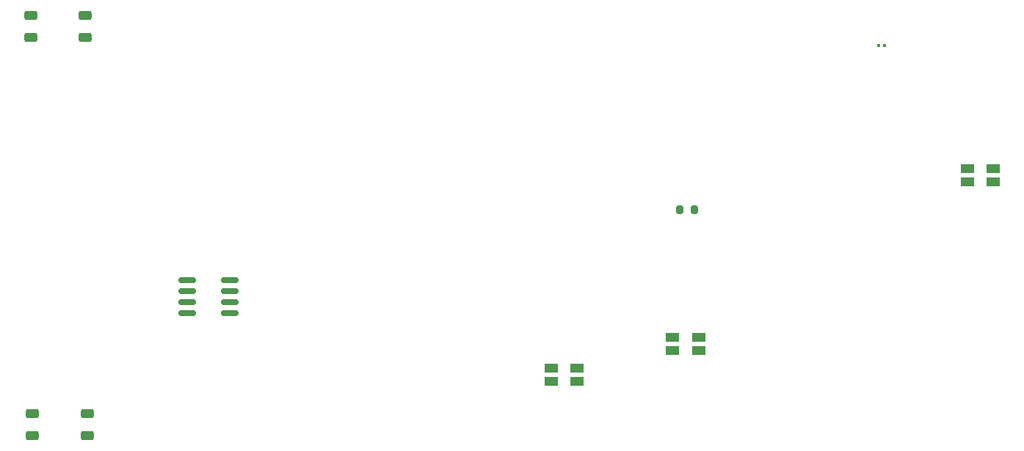
<source format=gbr>
%TF.GenerationSoftware,KiCad,Pcbnew,9.0.0*%
%TF.CreationDate,2025-04-20T12:54:08+05:30*%
%TF.ProjectId,IOT based traffic light smart control innovation,494f5420-6261-4736-9564-207472616666,rev?*%
%TF.SameCoordinates,Original*%
%TF.FileFunction,Paste,Top*%
%TF.FilePolarity,Positive*%
%FSLAX46Y46*%
G04 Gerber Fmt 4.6, Leading zero omitted, Abs format (unit mm)*
G04 Created by KiCad (PCBNEW 9.0.0) date 2025-04-20 12:54:08*
%MOMM*%
%LPD*%
G01*
G04 APERTURE LIST*
G04 Aperture macros list*
%AMRoundRect*
0 Rectangle with rounded corners*
0 $1 Rounding radius*
0 $2 $3 $4 $5 $6 $7 $8 $9 X,Y pos of 4 corners*
0 Add a 4 corners polygon primitive as box body*
4,1,4,$2,$3,$4,$5,$6,$7,$8,$9,$2,$3,0*
0 Add four circle primitives for the rounded corners*
1,1,$1+$1,$2,$3*
1,1,$1+$1,$4,$5*
1,1,$1+$1,$6,$7*
1,1,$1+$1,$8,$9*
0 Add four rect primitives between the rounded corners*
20,1,$1+$1,$2,$3,$4,$5,0*
20,1,$1+$1,$4,$5,$6,$7,0*
20,1,$1+$1,$6,$7,$8,$9,0*
20,1,$1+$1,$8,$9,$2,$3,0*%
G04 Aperture macros list end*
%ADD10RoundRect,0.275000X-0.475000X-0.275000X0.475000X-0.275000X0.475000X0.275000X-0.475000X0.275000X0*%
%ADD11RoundRect,0.150000X-0.825000X-0.150000X0.825000X-0.150000X0.825000X0.150000X-0.825000X0.150000X0*%
%ADD12RoundRect,0.200000X-0.200000X-0.275000X0.200000X-0.275000X0.200000X0.275000X-0.200000X0.275000X0*%
%ADD13RoundRect,0.079500X-0.079500X-0.100500X0.079500X-0.100500X0.079500X0.100500X-0.079500X0.100500X0*%
%ADD14R,1.500000X1.100000*%
G04 APERTURE END LIST*
D10*
%TO.C,U4*%
X57200000Y-157000000D03*
X57200000Y-159540000D03*
X63500000Y-159540000D03*
X63500000Y-157000000D03*
%TD*%
%TO.C,U3*%
X57000000Y-111000000D03*
X57000000Y-113540000D03*
X63300000Y-113540000D03*
X63300000Y-111000000D03*
%TD*%
D11*
%TO.C,U1*%
X75025000Y-141595000D03*
X75025000Y-142865000D03*
X75025000Y-144135000D03*
X75025000Y-145405000D03*
X79975000Y-145405000D03*
X79975000Y-144135000D03*
X79975000Y-142865000D03*
X79975000Y-141595000D03*
%TD*%
D12*
%TO.C,R3*%
X131850000Y-133500000D03*
X133500000Y-133500000D03*
%TD*%
D13*
%TO.C,R2*%
X154810000Y-114500000D03*
X155500000Y-114500000D03*
%TD*%
D14*
%TO.C,D6*%
X117000000Y-151750000D03*
X120000000Y-151750000D03*
X120000000Y-153250000D03*
X117000000Y-153250000D03*
%TD*%
%TO.C,D5*%
X131000000Y-148250000D03*
X134000000Y-148250000D03*
X134000000Y-149750000D03*
X131000000Y-149750000D03*
%TD*%
%TO.C,D4*%
X165000000Y-128750000D03*
X168000000Y-128750000D03*
X168000000Y-130250000D03*
X165000000Y-130250000D03*
%TD*%
M02*

</source>
